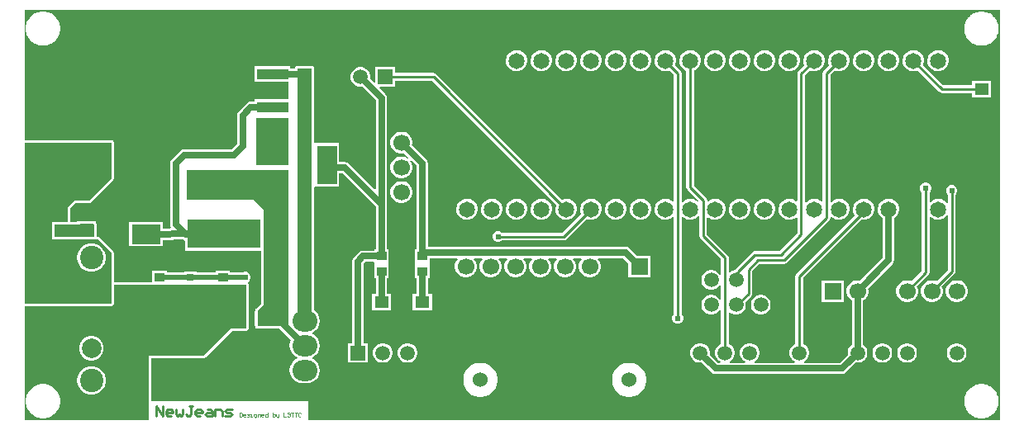
<source format=gtl>
G04*
G04 #@! TF.GenerationSoftware,Altium Limited,Altium Designer,21.0.8 (223)*
G04*
G04 Layer_Physical_Order=1*
G04 Layer_Color=255*
%FSLAX24Y24*%
%MOIN*%
G70*
G04*
G04 #@! TF.SameCoordinates,5611F575-40E7-4C37-80B7-B37D46D1236C*
G04*
G04*
G04 #@! TF.FilePolarity,Positive*
G04*
G01*
G75*
%ADD12C,0.0100*%
%ADD24R,0.1260X0.0413*%
%ADD25R,0.3937X0.4114*%
%ADD26R,0.0579X0.0457*%
%ADD27R,0.0300X0.0300*%
%ADD28R,0.0386X0.0366*%
%ADD29R,0.0787X0.1575*%
%ADD30R,0.2953X0.1181*%
%ADD31R,0.1181X0.0787*%
%ADD32C,0.0030*%
%ADD54C,0.0200*%
%ADD55C,0.0250*%
%ADD56C,0.0650*%
%ADD57C,0.0945*%
%ADD58C,0.0787*%
%ADD59C,0.0669*%
%ADD60R,0.0669X0.0669*%
%ADD61C,0.0591*%
%ADD62R,0.0591X0.0591*%
%ADD63R,0.0669X0.0669*%
%ADD64C,0.0600*%
%ADD65O,0.1000X0.0850*%
%ADD66R,0.0906X0.0906*%
%ADD67C,0.0906*%
%ADD68C,0.0240*%
G36*
X2800Y7402D02*
X1202D01*
X1202Y7898D01*
X1750D01*
X1760Y7900D01*
X2800D01*
Y7402D01*
D02*
G37*
G36*
X3500Y9750D02*
X2600Y8850D01*
X2000D01*
X1750Y8600D01*
Y8000D01*
X1100D01*
X1100Y7300D01*
X2950D01*
X3500Y6750D01*
Y4700D01*
X-0Y4700D01*
X0Y11200D01*
X3500D01*
Y9750D01*
D02*
G37*
G36*
X39350Y0D02*
X11450D01*
Y750D01*
X8566Y750D01*
X5102D01*
Y2498D01*
X7240D01*
X7250Y2500D01*
X7260Y2500D01*
X7269Y2502D01*
X7278Y2506D01*
X7279Y2506D01*
X7279Y2506D01*
X7296Y2513D01*
X7296Y2513D01*
X7297Y2513D01*
X7306Y2517D01*
X7314Y2522D01*
X7321Y2529D01*
X7329Y2535D01*
X8392Y3598D01*
X8931D01*
X8940Y3600D01*
X8950D01*
X8959Y3602D01*
X8968Y3606D01*
X8970Y3606D01*
X8971Y3607D01*
X8996Y3617D01*
X9024Y3645D01*
X9034Y3670D01*
X9035Y3671D01*
X9035Y3672D01*
X9039Y3682D01*
X9041Y3690D01*
Y3700D01*
X9043Y3710D01*
Y5440D01*
X9041Y5450D01*
X9041Y5460D01*
X9039Y5469D01*
X9035Y5478D01*
X9035Y5479D01*
X9034Y5479D01*
X9034Y5480D01*
X9032Y5489D01*
X9027Y5497D01*
X9024Y5506D01*
X9023Y5507D01*
X9022Y5508D01*
X9021Y5542D01*
X9022Y5551D01*
X9030Y5569D01*
X9087Y5625D01*
X9120Y5706D01*
Y5794D01*
X9087Y5875D01*
X9025Y5937D01*
X8944Y5970D01*
X8856D01*
X8817Y5954D01*
X8293D01*
Y6033D01*
X7707D01*
Y5954D01*
X6940D01*
Y6000D01*
X6440D01*
Y5954D01*
X5743D01*
Y6030D01*
X5157D01*
Y5552D01*
X3602D01*
Y6750D01*
X3594Y6789D01*
X3572Y6822D01*
X3022Y7372D01*
X2989Y7394D01*
X2950Y7402D01*
X2902D01*
Y7900D01*
X2894Y7939D01*
X2889Y7946D01*
Y8028D01*
X2111D01*
Y8002D01*
X1852D01*
Y8558D01*
X2042Y8748D01*
X2600D01*
X2639Y8756D01*
X2672Y8778D01*
X3572Y9678D01*
X3594Y9711D01*
X3602Y9750D01*
Y11200D01*
X3594Y11239D01*
X3572Y11272D01*
X3539Y11294D01*
X3500Y11302D01*
X0D01*
Y16550D01*
X39350D01*
Y0D01*
D02*
G37*
G36*
X8939Y5449D02*
X8941Y5440D01*
Y3710D01*
X8939Y3702D01*
X8931Y3700D01*
X8350D01*
X7257Y2607D01*
X7249Y2602D01*
X7240Y2600D01*
X5000D01*
Y2498D01*
Y750D01*
Y0D01*
X0D01*
Y4598D01*
X3500Y4598D01*
X3539Y4606D01*
X3572Y4628D01*
X3594Y4661D01*
X3602Y4700D01*
Y5450D01*
X8938D01*
X8939Y5449D01*
D02*
G37*
%LPC*%
G36*
X2775Y7122D02*
X2625D01*
X2479Y7083D01*
X2349Y7007D01*
X2242Y6901D01*
X2167Y6770D01*
X2128Y6625D01*
Y6474D01*
X2167Y6328D01*
X2242Y6198D01*
X2349Y6091D01*
X2479Y6016D01*
X2625Y5977D01*
X2775D01*
X2921Y6016D01*
X3051Y6091D01*
X3158Y6198D01*
X3233Y6328D01*
X3272Y6474D01*
Y6625D01*
X3233Y6770D01*
X3158Y6901D01*
X3051Y7007D01*
X2921Y7083D01*
X2775Y7122D01*
D02*
G37*
G36*
X38658Y16493D02*
X38542D01*
X38532Y16491D01*
X38522D01*
X38408Y16468D01*
X38399Y16464D01*
X38389Y16462D01*
X38281Y16418D01*
X38273Y16412D01*
X38264Y16408D01*
X38167Y16343D01*
X38160Y16336D01*
X38151Y16331D01*
X38069Y16249D01*
X38064Y16240D01*
X38057Y16233D01*
X37992Y16136D01*
X37988Y16127D01*
X37982Y16119D01*
X37938Y16011D01*
X37936Y16001D01*
X37932Y15992D01*
X37909Y15878D01*
Y15868D01*
X37907Y15858D01*
Y15742D01*
X37909Y15732D01*
Y15722D01*
X37932Y15608D01*
X37936Y15599D01*
X37938Y15589D01*
X37982Y15481D01*
X37988Y15473D01*
X37992Y15464D01*
X38057Y15367D01*
X38064Y15360D01*
X38069Y15351D01*
X38151Y15269D01*
X38160Y15264D01*
X38167Y15257D01*
X38264Y15192D01*
X38273Y15188D01*
X38281Y15182D01*
X38389Y15138D01*
X38399Y15136D01*
X38408Y15132D01*
X38522Y15109D01*
X38532D01*
X38542Y15107D01*
X38658D01*
X38668Y15109D01*
X38678D01*
X38792Y15132D01*
X38801Y15136D01*
X38811Y15138D01*
X38919Y15182D01*
X38927Y15188D01*
X38936Y15192D01*
X39033Y15257D01*
X39040Y15264D01*
X39049Y15269D01*
X39131Y15351D01*
X39136Y15360D01*
X39143Y15367D01*
X39208Y15464D01*
X39212Y15473D01*
X39218Y15481D01*
X39262Y15589D01*
X39264Y15599D01*
X39268Y15608D01*
X39291Y15722D01*
Y15732D01*
X39293Y15742D01*
Y15858D01*
X39291Y15868D01*
Y15878D01*
X39268Y15992D01*
X39264Y16001D01*
X39262Y16011D01*
X39218Y16119D01*
X39212Y16127D01*
X39208Y16136D01*
X39143Y16233D01*
X39136Y16240D01*
X39131Y16249D01*
X39049Y16331D01*
X39040Y16336D01*
X39033Y16343D01*
X38936Y16408D01*
X38927Y16412D01*
X38919Y16418D01*
X38811Y16462D01*
X38801Y16464D01*
X38792Y16468D01*
X38678Y16491D01*
X38668D01*
X38658Y16493D01*
D02*
G37*
G36*
X808D02*
X692D01*
X682Y16491D01*
X672D01*
X558Y16468D01*
X549Y16464D01*
X539Y16462D01*
X431Y16418D01*
X423Y16412D01*
X414Y16408D01*
X317Y16343D01*
X310Y16336D01*
X301Y16331D01*
X219Y16249D01*
X214Y16240D01*
X207Y16233D01*
X142Y16136D01*
X138Y16127D01*
X132Y16119D01*
X88Y16011D01*
X86Y16001D01*
X82Y15992D01*
X59Y15878D01*
Y15868D01*
X57Y15858D01*
Y15742D01*
X59Y15732D01*
Y15722D01*
X82Y15608D01*
X86Y15599D01*
X88Y15589D01*
X132Y15481D01*
X138Y15473D01*
X142Y15464D01*
X207Y15367D01*
X214Y15360D01*
X219Y15351D01*
X301Y15269D01*
X310Y15264D01*
X317Y15257D01*
X414Y15192D01*
X423Y15188D01*
X431Y15182D01*
X539Y15138D01*
X549Y15136D01*
X558Y15132D01*
X672Y15109D01*
X682D01*
X692Y15107D01*
X808D01*
X818Y15109D01*
X828D01*
X942Y15132D01*
X951Y15136D01*
X961Y15138D01*
X1069Y15182D01*
X1077Y15188D01*
X1086Y15192D01*
X1183Y15257D01*
X1190Y15264D01*
X1199Y15269D01*
X1281Y15351D01*
X1286Y15360D01*
X1293Y15367D01*
X1358Y15464D01*
X1362Y15473D01*
X1368Y15481D01*
X1412Y15589D01*
X1414Y15599D01*
X1418Y15608D01*
X1441Y15722D01*
Y15732D01*
X1443Y15742D01*
Y15858D01*
X1441Y15868D01*
Y15878D01*
X1418Y15992D01*
X1414Y16001D01*
X1412Y16011D01*
X1368Y16119D01*
X1362Y16127D01*
X1358Y16136D01*
X1293Y16233D01*
X1286Y16240D01*
X1281Y16249D01*
X1199Y16331D01*
X1190Y16336D01*
X1183Y16343D01*
X1086Y16408D01*
X1077Y16412D01*
X1069Y16418D01*
X961Y16462D01*
X951Y16464D01*
X942Y16468D01*
X828Y16491D01*
X818D01*
X808Y16493D01*
D02*
G37*
G36*
X11575Y14302D02*
X11025D01*
X10986Y14294D01*
X10953Y14272D01*
X10931Y14239D01*
X10923Y14200D01*
Y14179D01*
X10730D01*
Y14276D01*
X9270D01*
Y13663D01*
X10650D01*
Y12937D01*
X9270D01*
Y12860D01*
X9131D01*
X9043Y12843D01*
X8968Y12793D01*
X8638Y12462D01*
X8588Y12388D01*
X8571Y12300D01*
Y11145D01*
X8355Y10929D01*
X6450D01*
X6362Y10912D01*
X6288Y10862D01*
X5938Y10512D01*
X5888Y10438D01*
X5871Y10350D01*
Y7900D01*
X5888Y7812D01*
X5911Y7779D01*
X5884Y7728D01*
X5626Y7726D01*
X5591Y7761D01*
Y7994D01*
X4209D01*
Y7006D01*
X5591D01*
Y7267D01*
X6424Y7275D01*
X6473Y7234D01*
X6474Y7233D01*
Y6825D01*
X9548D01*
X9548Y4692D01*
X9335Y4479D01*
X9329Y4471D01*
X9322Y4464D01*
X9317Y4456D01*
X9317Y4456D01*
X9313Y4447D01*
X9313Y4446D01*
X9313Y4446D01*
X9306Y4429D01*
X9306Y4429D01*
X9306Y4428D01*
X9302Y4419D01*
X9300Y4410D01*
Y4400D01*
X9298Y4390D01*
Y3800D01*
X9300Y3790D01*
Y3700D01*
X9390D01*
X9400Y3698D01*
X10278D01*
X10750Y3225D01*
X10714Y3137D01*
X10695Y3000D01*
X10714Y2863D01*
X10766Y2735D01*
X10851Y2626D01*
X10960Y2541D01*
X11000Y2525D01*
Y2475D01*
X10960Y2459D01*
X10851Y2374D01*
X10766Y2265D01*
X10714Y2137D01*
X10695Y2000D01*
X10714Y1863D01*
X10766Y1735D01*
X10851Y1626D01*
X10960Y1541D01*
X11088Y1489D01*
X11225Y1470D01*
X11375D01*
X11512Y1489D01*
X11640Y1541D01*
X11749Y1626D01*
X11834Y1735D01*
X11886Y1863D01*
X11905Y2000D01*
X11886Y2137D01*
X11834Y2265D01*
X11749Y2374D01*
X11640Y2459D01*
X11600Y2475D01*
Y2525D01*
X11640Y2541D01*
X11749Y2626D01*
X11834Y2735D01*
X11886Y2863D01*
X11905Y3000D01*
X11886Y3137D01*
X11834Y3265D01*
X11749Y3374D01*
X11640Y3459D01*
X11600Y3475D01*
Y3525D01*
X11640Y3541D01*
X11749Y3626D01*
X11834Y3735D01*
X11886Y3863D01*
X11905Y4000D01*
X11886Y4137D01*
X11834Y4265D01*
X11749Y4374D01*
X11677Y4430D01*
X11677Y9375D01*
X11727Y9413D01*
X12694D01*
Y9948D01*
X12827D01*
X14171Y8605D01*
Y6887D01*
X14107D01*
Y6833D01*
X13654D01*
X13566Y6816D01*
X13492Y6766D01*
X13288Y6562D01*
X13238Y6488D01*
X13221Y6400D01*
Y3095D01*
X13055D01*
Y2305D01*
X13845D01*
Y3095D01*
X13679D01*
Y6305D01*
X13749Y6375D01*
X14072D01*
X14101Y6345D01*
X14107Y6325D01*
Y6281D01*
X14107Y6271D01*
Y5715D01*
X14171D01*
Y5079D01*
X14011D01*
Y4422D01*
X14789D01*
Y5079D01*
X14629D01*
Y5715D01*
X14693D01*
Y6271D01*
X14693Y6281D01*
Y6321D01*
X14693Y6331D01*
Y6887D01*
X14629D01*
Y8700D01*
Y13000D01*
X14612Y13088D01*
X14562Y13162D01*
X14316Y13409D01*
X14335Y13455D01*
X14945D01*
Y13697D01*
X16437D01*
X21461Y8673D01*
X21446Y8643D01*
X21423Y8534D01*
X21429Y8422D01*
X21463Y8315D01*
X21524Y8222D01*
X21607Y8147D01*
X21707Y8096D01*
X21816Y8073D01*
X21928Y8079D01*
X22035Y8113D01*
X22128Y8174D01*
X22203Y8257D01*
X22254Y8357D01*
X22277Y8466D01*
X22271Y8578D01*
X22237Y8685D01*
X22176Y8778D01*
X22093Y8853D01*
X21993Y8904D01*
X21884Y8927D01*
X21772Y8921D01*
X21676Y8890D01*
X16608Y13958D01*
X16559Y13991D01*
X16500Y14003D01*
X14945D01*
Y14245D01*
X14155D01*
Y13635D01*
X14109Y13616D01*
X13941Y13783D01*
X13945Y13798D01*
Y13902D01*
X13918Y14003D01*
X13866Y14093D01*
X13793Y14166D01*
X13703Y14218D01*
X13602Y14245D01*
X13498D01*
X13397Y14218D01*
X13307Y14166D01*
X13234Y14093D01*
X13182Y14003D01*
X13155Y13902D01*
Y13798D01*
X13182Y13697D01*
X13234Y13607D01*
X13307Y13534D01*
X13397Y13482D01*
X13498Y13455D01*
X13602D01*
X13617Y13459D01*
X14171Y12905D01*
Y9319D01*
X14124Y9300D01*
X13084Y10340D01*
X13010Y10390D01*
X12922Y10407D01*
X12694D01*
Y11187D01*
X11727D01*
X11706Y11187D01*
X11677Y11225D01*
Y14200D01*
X11669Y14239D01*
X11647Y14272D01*
X11614Y14294D01*
X11575Y14302D01*
D02*
G37*
G36*
X36884Y14927D02*
X36772Y14921D01*
X36665Y14887D01*
X36572Y14826D01*
X36497Y14743D01*
X36446Y14643D01*
X36423Y14534D01*
X36429Y14422D01*
X36463Y14315D01*
X36524Y14222D01*
X36607Y14147D01*
X36707Y14096D01*
X36816Y14073D01*
X36928Y14079D01*
X37035Y14113D01*
X37128Y14174D01*
X37203Y14257D01*
X37254Y14357D01*
X37277Y14466D01*
X37271Y14578D01*
X37237Y14685D01*
X37176Y14778D01*
X37093Y14853D01*
X36993Y14904D01*
X36884Y14927D01*
D02*
G37*
G36*
X34884D02*
X34772Y14921D01*
X34665Y14887D01*
X34572Y14826D01*
X34497Y14743D01*
X34446Y14643D01*
X34423Y14534D01*
X34429Y14422D01*
X34463Y14315D01*
X34524Y14222D01*
X34607Y14147D01*
X34707Y14096D01*
X34816Y14073D01*
X34928Y14079D01*
X35035Y14113D01*
X35128Y14174D01*
X35203Y14257D01*
X35254Y14357D01*
X35277Y14466D01*
X35271Y14578D01*
X35237Y14685D01*
X35176Y14778D01*
X35093Y14853D01*
X34993Y14904D01*
X34884Y14927D01*
D02*
G37*
G36*
X33884D02*
X33772Y14921D01*
X33665Y14887D01*
X33572Y14826D01*
X33497Y14743D01*
X33446Y14643D01*
X33423Y14534D01*
X33429Y14422D01*
X33463Y14315D01*
X33524Y14222D01*
X33607Y14147D01*
X33707Y14096D01*
X33816Y14073D01*
X33928Y14079D01*
X34035Y14113D01*
X34128Y14174D01*
X34203Y14257D01*
X34254Y14357D01*
X34277Y14466D01*
X34271Y14578D01*
X34237Y14685D01*
X34176Y14778D01*
X34093Y14853D01*
X33993Y14904D01*
X33884Y14927D01*
D02*
G37*
G36*
X32884D02*
X32772Y14921D01*
X32665Y14887D01*
X32572Y14826D01*
X32497Y14743D01*
X32446Y14643D01*
X32423Y14534D01*
X32429Y14422D01*
X32460Y14326D01*
X32242Y14108D01*
X32209Y14059D01*
X32197Y14000D01*
Y8827D01*
X32147Y8804D01*
X32093Y8853D01*
X31993Y8904D01*
X31884Y8927D01*
X31772Y8921D01*
X31665Y8887D01*
X31572Y8826D01*
X31533Y8783D01*
X31483Y8802D01*
Y13917D01*
X31677Y14111D01*
X31707Y14096D01*
X31816Y14073D01*
X31928Y14079D01*
X32035Y14113D01*
X32128Y14174D01*
X32203Y14257D01*
X32254Y14357D01*
X32277Y14466D01*
X32271Y14578D01*
X32237Y14685D01*
X32176Y14778D01*
X32093Y14853D01*
X31993Y14904D01*
X31884Y14927D01*
X31772Y14921D01*
X31665Y14887D01*
X31572Y14826D01*
X31497Y14743D01*
X31446Y14643D01*
X31423Y14534D01*
X31429Y14422D01*
X31460Y14326D01*
X31222Y14088D01*
X31189Y14039D01*
X31177Y13980D01*
Y8845D01*
X31127Y8822D01*
X31093Y8853D01*
X30993Y8904D01*
X30884Y8927D01*
X30772Y8921D01*
X30665Y8887D01*
X30572Y8826D01*
X30497Y8743D01*
X30446Y8643D01*
X30423Y8534D01*
X30429Y8422D01*
X30463Y8315D01*
X30524Y8222D01*
X30607Y8147D01*
X30707Y8096D01*
X30816Y8073D01*
X30928Y8079D01*
X31035Y8113D01*
X31127Y8173D01*
X31150Y8169D01*
X31177Y8158D01*
Y7543D01*
X30437Y6803D01*
X29450D01*
X29391Y6791D01*
X29342Y6758D01*
X28682Y6098D01*
X28649Y6048D01*
X28648Y6045D01*
X28547Y6018D01*
X28457Y5966D01*
X28449Y5958D01*
X28403Y5977D01*
Y6550D01*
X28391Y6609D01*
X28358Y6658D01*
X27528Y7488D01*
Y8157D01*
X27574Y8177D01*
X27607Y8147D01*
X27707Y8096D01*
X27816Y8073D01*
X27928Y8079D01*
X28035Y8113D01*
X28128Y8174D01*
X28203Y8257D01*
X28254Y8357D01*
X28277Y8466D01*
X28271Y8578D01*
X28237Y8685D01*
X28176Y8778D01*
X28093Y8853D01*
X27993Y8904D01*
X27884Y8927D01*
X27772Y8921D01*
X27665Y8887D01*
X27586Y8835D01*
X27536Y8856D01*
Y8867D01*
X27524Y8926D01*
X27491Y8975D01*
X27003Y9463D01*
Y14103D01*
X27035Y14113D01*
X27128Y14174D01*
X27203Y14257D01*
X27254Y14357D01*
X27277Y14466D01*
X27271Y14578D01*
X27237Y14685D01*
X27176Y14778D01*
X27093Y14853D01*
X26993Y14904D01*
X26884Y14927D01*
X26772Y14921D01*
X26665Y14887D01*
X26572Y14826D01*
X26497Y14743D01*
X26446Y14643D01*
X26423Y14534D01*
X26429Y14422D01*
X26463Y14315D01*
X26524Y14222D01*
X26607Y14147D01*
X26697Y14101D01*
Y9400D01*
X26709Y9341D01*
X26742Y9292D01*
X27203Y8831D01*
X27201Y8823D01*
X27145Y8806D01*
X27093Y8853D01*
X26993Y8904D01*
X26884Y8927D01*
X26772Y8921D01*
X26665Y8887D01*
X26572Y8826D01*
X26550Y8802D01*
X26503Y8819D01*
Y14000D01*
X26491Y14059D01*
X26458Y14108D01*
X26239Y14327D01*
X26254Y14357D01*
X26277Y14466D01*
X26271Y14578D01*
X26237Y14685D01*
X26176Y14778D01*
X26093Y14853D01*
X25993Y14904D01*
X25884Y14927D01*
X25772Y14921D01*
X25665Y14887D01*
X25572Y14826D01*
X25497Y14743D01*
X25446Y14643D01*
X25423Y14534D01*
X25429Y14422D01*
X25463Y14315D01*
X25524Y14222D01*
X25607Y14147D01*
X25707Y14096D01*
X25816Y14073D01*
X25928Y14079D01*
X26024Y14110D01*
X26197Y13937D01*
Y8827D01*
X26147Y8804D01*
X26093Y8853D01*
X25993Y8904D01*
X25884Y8927D01*
X25772Y8921D01*
X25665Y8887D01*
X25572Y8826D01*
X25497Y8743D01*
X25446Y8643D01*
X25423Y8534D01*
X25429Y8422D01*
X25463Y8315D01*
X25524Y8222D01*
X25607Y8147D01*
X25707Y8096D01*
X25816Y8073D01*
X25928Y8079D01*
X26035Y8113D01*
X26128Y8174D01*
X26150Y8198D01*
X26197Y8181D01*
Y4258D01*
X26163Y4225D01*
X26130Y4144D01*
Y4056D01*
X26163Y3975D01*
X26225Y3913D01*
X26306Y3880D01*
X26394D01*
X26475Y3913D01*
X26537Y3975D01*
X26570Y4056D01*
Y4144D01*
X26537Y4225D01*
X26503Y4258D01*
Y8173D01*
X26553Y8196D01*
X26607Y8147D01*
X26707Y8096D01*
X26816Y8073D01*
X26928Y8079D01*
X27035Y8113D01*
X27128Y8174D01*
X27172Y8223D01*
X27222Y8203D01*
Y7425D01*
X27234Y7366D01*
X27267Y7317D01*
X28097Y6487D01*
Y5853D01*
X28047Y5839D01*
X28016Y5893D01*
X27943Y5966D01*
X27853Y6018D01*
X27752Y6045D01*
X27648D01*
X27547Y6018D01*
X27457Y5966D01*
X27384Y5893D01*
X27332Y5803D01*
X27305Y5702D01*
Y5598D01*
X27332Y5497D01*
X27384Y5407D01*
X27457Y5334D01*
X27547Y5282D01*
X27648Y5255D01*
X27752D01*
X27853Y5282D01*
X27943Y5334D01*
X28016Y5407D01*
X28047Y5461D01*
X28097Y5447D01*
Y4853D01*
X28047Y4839D01*
X28016Y4893D01*
X27943Y4966D01*
X27853Y5018D01*
X27752Y5045D01*
X27648D01*
X27547Y5018D01*
X27457Y4966D01*
X27384Y4893D01*
X27332Y4803D01*
X27305Y4702D01*
Y4598D01*
X27332Y4497D01*
X27384Y4407D01*
X27457Y4334D01*
X27547Y4282D01*
X27648Y4255D01*
X27752D01*
X27853Y4282D01*
X27943Y4334D01*
X28016Y4407D01*
X28047Y4461D01*
X28097Y4447D01*
Y3068D01*
X28007Y3016D01*
X27934Y2943D01*
X27882Y2853D01*
X27855Y2752D01*
Y2648D01*
X27882Y2547D01*
X27934Y2457D01*
X28007Y2384D01*
X28067Y2349D01*
X28053Y2299D01*
X27975D01*
X27641Y2633D01*
X27645Y2648D01*
Y2752D01*
X27618Y2853D01*
X27566Y2943D01*
X27493Y3016D01*
X27403Y3068D01*
X27302Y3095D01*
X27198D01*
X27097Y3068D01*
X27007Y3016D01*
X26934Y2943D01*
X26882Y2853D01*
X26855Y2752D01*
Y2648D01*
X26882Y2547D01*
X26934Y2457D01*
X27007Y2384D01*
X27097Y2332D01*
X27198Y2305D01*
X27302D01*
X27317Y2309D01*
X27718Y1908D01*
X27792Y1858D01*
X27880Y1841D01*
X32970D01*
X33058Y1858D01*
X33132Y1908D01*
X33533Y2309D01*
X33548Y2305D01*
X33652D01*
X33753Y2332D01*
X33843Y2384D01*
X33916Y2457D01*
X33968Y2547D01*
X33995Y2648D01*
Y2752D01*
X33968Y2853D01*
X33916Y2943D01*
X33843Y3016D01*
X33829Y3024D01*
Y4831D01*
X33867Y4852D01*
X33948Y4933D01*
X34005Y5032D01*
X34035Y5143D01*
Y5257D01*
X34023Y5299D01*
X35012Y6288D01*
X35062Y6362D01*
X35079Y6450D01*
Y8142D01*
X35128Y8174D01*
X35203Y8257D01*
X35254Y8357D01*
X35277Y8466D01*
X35271Y8578D01*
X35237Y8685D01*
X35176Y8778D01*
X35093Y8853D01*
X34993Y8904D01*
X34884Y8927D01*
X34772Y8921D01*
X34665Y8887D01*
X34572Y8826D01*
X34497Y8743D01*
X34446Y8643D01*
X34423Y8534D01*
X34429Y8422D01*
X34463Y8315D01*
X34524Y8222D01*
X34607Y8147D01*
X34621Y8140D01*
Y6545D01*
X33699Y5623D01*
X33657Y5635D01*
X33543D01*
X33432Y5605D01*
X33333Y5548D01*
X33252Y5467D01*
X33195Y5368D01*
X33165Y5257D01*
Y5143D01*
X33195Y5032D01*
X33252Y4933D01*
X33333Y4852D01*
X33371Y4831D01*
Y3024D01*
X33357Y3016D01*
X33284Y2943D01*
X33232Y2853D01*
X33205Y2752D01*
Y2648D01*
X33209Y2633D01*
X32875Y2299D01*
X31447D01*
X31433Y2349D01*
X31493Y2384D01*
X31566Y2457D01*
X31618Y2547D01*
X31645Y2648D01*
Y2752D01*
X31618Y2853D01*
X31566Y2943D01*
X31493Y3016D01*
X31403Y3068D01*
Y5737D01*
X33753Y8086D01*
X33816Y8073D01*
X33928Y8079D01*
X34035Y8113D01*
X34128Y8174D01*
X34203Y8257D01*
X34254Y8357D01*
X34277Y8466D01*
X34271Y8578D01*
X34237Y8685D01*
X34176Y8778D01*
X34093Y8853D01*
X33993Y8904D01*
X33884Y8927D01*
X33772Y8921D01*
X33665Y8887D01*
X33572Y8826D01*
X33497Y8743D01*
X33446Y8643D01*
X33423Y8534D01*
X33429Y8422D01*
X33463Y8315D01*
X33497Y8263D01*
X31142Y5908D01*
X31109Y5859D01*
X31097Y5800D01*
Y3068D01*
X31007Y3016D01*
X30934Y2943D01*
X30882Y2853D01*
X30855Y2752D01*
Y2648D01*
X30882Y2547D01*
X30934Y2457D01*
X31007Y2384D01*
X31067Y2349D01*
X31053Y2299D01*
X29447D01*
X29433Y2349D01*
X29493Y2384D01*
X29566Y2457D01*
X29618Y2547D01*
X29645Y2648D01*
Y2752D01*
X29618Y2853D01*
X29566Y2943D01*
X29493Y3016D01*
X29403Y3068D01*
X29302Y3095D01*
X29198D01*
X29097Y3068D01*
X29007Y3016D01*
X28934Y2943D01*
X28882Y2853D01*
X28855Y2752D01*
Y2648D01*
X28882Y2547D01*
X28934Y2457D01*
X29007Y2384D01*
X29067Y2349D01*
X29053Y2299D01*
X28447D01*
X28433Y2349D01*
X28493Y2384D01*
X28566Y2457D01*
X28618Y2547D01*
X28645Y2648D01*
Y2752D01*
X28618Y2853D01*
X28566Y2943D01*
X28493Y3016D01*
X28403Y3068D01*
Y4323D01*
X28449Y4342D01*
X28457Y4334D01*
X28547Y4282D01*
X28648Y4255D01*
X28752D01*
X28853Y4282D01*
X28943Y4334D01*
X29016Y4407D01*
X29068Y4497D01*
X29095Y4598D01*
Y4702D01*
X29079Y4763D01*
X29308Y4992D01*
X29341Y5041D01*
X29353Y5100D01*
Y6004D01*
X29646Y6297D01*
X30650D01*
X30709Y6309D01*
X30758Y6342D01*
X32458Y8042D01*
X32491Y8091D01*
X32503Y8150D01*
Y8173D01*
X32553Y8196D01*
X32607Y8147D01*
X32707Y8096D01*
X32816Y8073D01*
X32928Y8079D01*
X33035Y8113D01*
X33128Y8174D01*
X33203Y8257D01*
X33254Y8357D01*
X33277Y8466D01*
X33271Y8578D01*
X33237Y8685D01*
X33176Y8778D01*
X33093Y8853D01*
X32993Y8904D01*
X32884Y8927D01*
X32772Y8921D01*
X32665Y8887D01*
X32572Y8826D01*
X32550Y8802D01*
X32503Y8819D01*
Y13937D01*
X32677Y14111D01*
X32707Y14096D01*
X32816Y14073D01*
X32928Y14079D01*
X33035Y14113D01*
X33128Y14174D01*
X33203Y14257D01*
X33254Y14357D01*
X33277Y14466D01*
X33271Y14578D01*
X33237Y14685D01*
X33176Y14778D01*
X33093Y14853D01*
X32993Y14904D01*
X32884Y14927D01*
D02*
G37*
G36*
X30884D02*
X30772Y14921D01*
X30665Y14887D01*
X30572Y14826D01*
X30497Y14743D01*
X30446Y14643D01*
X30423Y14534D01*
X30429Y14422D01*
X30463Y14315D01*
X30524Y14222D01*
X30607Y14147D01*
X30707Y14096D01*
X30816Y14073D01*
X30928Y14079D01*
X31035Y14113D01*
X31128Y14174D01*
X31203Y14257D01*
X31254Y14357D01*
X31277Y14466D01*
X31271Y14578D01*
X31237Y14685D01*
X31176Y14778D01*
X31093Y14853D01*
X30993Y14904D01*
X30884Y14927D01*
D02*
G37*
G36*
X29884D02*
X29772Y14921D01*
X29665Y14887D01*
X29572Y14826D01*
X29497Y14743D01*
X29446Y14643D01*
X29423Y14534D01*
X29429Y14422D01*
X29463Y14315D01*
X29524Y14222D01*
X29607Y14147D01*
X29707Y14096D01*
X29816Y14073D01*
X29928Y14079D01*
X30035Y14113D01*
X30128Y14174D01*
X30203Y14257D01*
X30254Y14357D01*
X30277Y14466D01*
X30271Y14578D01*
X30237Y14685D01*
X30176Y14778D01*
X30093Y14853D01*
X29993Y14904D01*
X29884Y14927D01*
D02*
G37*
G36*
X28884D02*
X28772Y14921D01*
X28665Y14887D01*
X28572Y14826D01*
X28497Y14743D01*
X28446Y14643D01*
X28423Y14534D01*
X28429Y14422D01*
X28463Y14315D01*
X28524Y14222D01*
X28607Y14147D01*
X28707Y14096D01*
X28816Y14073D01*
X28928Y14079D01*
X29035Y14113D01*
X29128Y14174D01*
X29203Y14257D01*
X29254Y14357D01*
X29277Y14466D01*
X29271Y14578D01*
X29237Y14685D01*
X29176Y14778D01*
X29093Y14853D01*
X28993Y14904D01*
X28884Y14927D01*
D02*
G37*
G36*
X27884D02*
X27772Y14921D01*
X27665Y14887D01*
X27572Y14826D01*
X27497Y14743D01*
X27446Y14643D01*
X27423Y14534D01*
X27429Y14422D01*
X27463Y14315D01*
X27524Y14222D01*
X27607Y14147D01*
X27707Y14096D01*
X27816Y14073D01*
X27928Y14079D01*
X28035Y14113D01*
X28128Y14174D01*
X28203Y14257D01*
X28254Y14357D01*
X28277Y14466D01*
X28271Y14578D01*
X28237Y14685D01*
X28176Y14778D01*
X28093Y14853D01*
X27993Y14904D01*
X27884Y14927D01*
D02*
G37*
G36*
X24884D02*
X24772Y14921D01*
X24665Y14887D01*
X24572Y14826D01*
X24497Y14743D01*
X24446Y14643D01*
X24423Y14534D01*
X24429Y14422D01*
X24463Y14315D01*
X24524Y14222D01*
X24607Y14147D01*
X24707Y14096D01*
X24816Y14073D01*
X24928Y14079D01*
X25035Y14113D01*
X25128Y14174D01*
X25203Y14257D01*
X25254Y14357D01*
X25277Y14466D01*
X25271Y14578D01*
X25237Y14685D01*
X25176Y14778D01*
X25093Y14853D01*
X24993Y14904D01*
X24884Y14927D01*
D02*
G37*
G36*
X23884D02*
X23772Y14921D01*
X23665Y14887D01*
X23572Y14826D01*
X23497Y14743D01*
X23446Y14643D01*
X23423Y14534D01*
X23429Y14422D01*
X23463Y14315D01*
X23524Y14222D01*
X23607Y14147D01*
X23707Y14096D01*
X23816Y14073D01*
X23928Y14079D01*
X24035Y14113D01*
X24128Y14174D01*
X24203Y14257D01*
X24254Y14357D01*
X24277Y14466D01*
X24271Y14578D01*
X24237Y14685D01*
X24176Y14778D01*
X24093Y14853D01*
X23993Y14904D01*
X23884Y14927D01*
D02*
G37*
G36*
X22884D02*
X22772Y14921D01*
X22665Y14887D01*
X22572Y14826D01*
X22497Y14743D01*
X22446Y14643D01*
X22423Y14534D01*
X22429Y14422D01*
X22463Y14315D01*
X22524Y14222D01*
X22607Y14147D01*
X22707Y14096D01*
X22816Y14073D01*
X22928Y14079D01*
X23035Y14113D01*
X23128Y14174D01*
X23203Y14257D01*
X23254Y14357D01*
X23277Y14466D01*
X23271Y14578D01*
X23237Y14685D01*
X23176Y14778D01*
X23093Y14853D01*
X22993Y14904D01*
X22884Y14927D01*
D02*
G37*
G36*
X21884D02*
X21772Y14921D01*
X21665Y14887D01*
X21572Y14826D01*
X21497Y14743D01*
X21446Y14643D01*
X21423Y14534D01*
X21429Y14422D01*
X21463Y14315D01*
X21524Y14222D01*
X21607Y14147D01*
X21707Y14096D01*
X21816Y14073D01*
X21928Y14079D01*
X22035Y14113D01*
X22128Y14174D01*
X22203Y14257D01*
X22254Y14357D01*
X22277Y14466D01*
X22271Y14578D01*
X22237Y14685D01*
X22176Y14778D01*
X22093Y14853D01*
X21993Y14904D01*
X21884Y14927D01*
D02*
G37*
G36*
X20884D02*
X20772Y14921D01*
X20665Y14887D01*
X20572Y14826D01*
X20497Y14743D01*
X20446Y14643D01*
X20423Y14534D01*
X20429Y14422D01*
X20463Y14315D01*
X20524Y14222D01*
X20607Y14147D01*
X20707Y14096D01*
X20816Y14073D01*
X20928Y14079D01*
X21035Y14113D01*
X21128Y14174D01*
X21203Y14257D01*
X21254Y14357D01*
X21277Y14466D01*
X21271Y14578D01*
X21237Y14685D01*
X21176Y14778D01*
X21093Y14853D01*
X20993Y14904D01*
X20884Y14927D01*
D02*
G37*
G36*
X19884D02*
X19772Y14921D01*
X19665Y14887D01*
X19572Y14826D01*
X19497Y14743D01*
X19446Y14643D01*
X19423Y14534D01*
X19429Y14422D01*
X19463Y14315D01*
X19524Y14222D01*
X19607Y14147D01*
X19707Y14096D01*
X19816Y14073D01*
X19928Y14079D01*
X20035Y14113D01*
X20128Y14174D01*
X20203Y14257D01*
X20254Y14357D01*
X20277Y14466D01*
X20271Y14578D01*
X20237Y14685D01*
X20176Y14778D01*
X20093Y14853D01*
X19993Y14904D01*
X19884Y14927D01*
D02*
G37*
G36*
X35884D02*
X35772Y14921D01*
X35665Y14887D01*
X35572Y14826D01*
X35497Y14743D01*
X35446Y14643D01*
X35423Y14534D01*
X35429Y14422D01*
X35463Y14315D01*
X35524Y14222D01*
X35607Y14147D01*
X35707Y14096D01*
X35816Y14073D01*
X35928Y14079D01*
X36024Y14110D01*
X36891Y13242D01*
X36941Y13209D01*
X37000Y13197D01*
X38211D01*
Y13022D01*
X38989D01*
Y13679D01*
X38211D01*
Y13503D01*
X37063D01*
X36239Y14327D01*
X36254Y14357D01*
X36277Y14466D01*
X36271Y14578D01*
X36237Y14685D01*
X36176Y14778D01*
X36093Y14853D01*
X35993Y14904D01*
X35884Y14927D01*
D02*
G37*
G36*
X15257Y11635D02*
X15143D01*
X15032Y11605D01*
X14933Y11548D01*
X14852Y11467D01*
X14795Y11368D01*
X14765Y11257D01*
Y11143D01*
X14795Y11032D01*
X14852Y10933D01*
X14933Y10852D01*
X15032Y10795D01*
X15143Y10765D01*
X15257D01*
X15299Y10777D01*
X15474Y10601D01*
X15444Y10561D01*
X15368Y10605D01*
X15257Y10635D01*
X15143D01*
X15032Y10605D01*
X14933Y10548D01*
X14852Y10467D01*
X14795Y10368D01*
X14765Y10257D01*
Y10143D01*
X14795Y10032D01*
X14852Y9933D01*
X14933Y9852D01*
X15032Y9795D01*
X15143Y9765D01*
X15257D01*
X15368Y9795D01*
X15467Y9852D01*
X15548Y9933D01*
X15605Y10032D01*
X15635Y10143D01*
Y10257D01*
X15605Y10368D01*
X15561Y10444D01*
X15601Y10474D01*
X15821Y10255D01*
Y6886D01*
X15757D01*
Y6330D01*
X15757Y6320D01*
Y6280D01*
X15757Y6270D01*
Y5714D01*
X15821D01*
Y5079D01*
X15661D01*
Y4422D01*
X16439D01*
Y5079D01*
X16279D01*
Y5714D01*
X16343D01*
Y6270D01*
X16343Y6280D01*
Y6320D01*
X16343Y6330D01*
Y6531D01*
X17451D01*
X17470Y6484D01*
X17452Y6467D01*
X17395Y6368D01*
X17365Y6257D01*
Y6143D01*
X17395Y6032D01*
X17452Y5933D01*
X17533Y5852D01*
X17632Y5795D01*
X17743Y5765D01*
X17857D01*
X17968Y5795D01*
X18067Y5852D01*
X18148Y5933D01*
X18205Y6032D01*
X18235Y6143D01*
Y6257D01*
X18205Y6368D01*
X18148Y6467D01*
X18130Y6484D01*
X18149Y6531D01*
X18451D01*
X18470Y6484D01*
X18452Y6467D01*
X18395Y6368D01*
X18365Y6257D01*
Y6143D01*
X18395Y6032D01*
X18452Y5933D01*
X18533Y5852D01*
X18632Y5795D01*
X18743Y5765D01*
X18857D01*
X18968Y5795D01*
X19067Y5852D01*
X19148Y5933D01*
X19205Y6032D01*
X19235Y6143D01*
Y6257D01*
X19205Y6368D01*
X19148Y6467D01*
X19130Y6484D01*
X19149Y6531D01*
X19451D01*
X19470Y6484D01*
X19452Y6467D01*
X19395Y6368D01*
X19365Y6257D01*
Y6143D01*
X19395Y6032D01*
X19452Y5933D01*
X19533Y5852D01*
X19632Y5795D01*
X19743Y5765D01*
X19857D01*
X19968Y5795D01*
X20067Y5852D01*
X20148Y5933D01*
X20205Y6032D01*
X20235Y6143D01*
Y6257D01*
X20205Y6368D01*
X20148Y6467D01*
X20130Y6484D01*
X20149Y6531D01*
X20451D01*
X20470Y6484D01*
X20452Y6467D01*
X20395Y6368D01*
X20365Y6257D01*
Y6143D01*
X20395Y6032D01*
X20452Y5933D01*
X20533Y5852D01*
X20632Y5795D01*
X20743Y5765D01*
X20857D01*
X20968Y5795D01*
X21067Y5852D01*
X21148Y5933D01*
X21205Y6032D01*
X21235Y6143D01*
Y6257D01*
X21205Y6368D01*
X21148Y6467D01*
X21130Y6484D01*
X21149Y6531D01*
X21451D01*
X21470Y6484D01*
X21452Y6467D01*
X21395Y6368D01*
X21365Y6257D01*
Y6143D01*
X21395Y6032D01*
X21452Y5933D01*
X21533Y5852D01*
X21632Y5795D01*
X21743Y5765D01*
X21857D01*
X21968Y5795D01*
X22067Y5852D01*
X22148Y5933D01*
X22205Y6032D01*
X22235Y6143D01*
Y6257D01*
X22205Y6368D01*
X22148Y6467D01*
X22130Y6484D01*
X22149Y6531D01*
X22451D01*
X22470Y6484D01*
X22452Y6467D01*
X22395Y6368D01*
X22365Y6257D01*
Y6143D01*
X22395Y6032D01*
X22452Y5933D01*
X22533Y5852D01*
X22632Y5795D01*
X22743Y5765D01*
X22857D01*
X22968Y5795D01*
X23067Y5852D01*
X23148Y5933D01*
X23205Y6032D01*
X23235Y6143D01*
Y6257D01*
X23205Y6368D01*
X23148Y6467D01*
X23130Y6484D01*
X23149Y6531D01*
X24145D01*
X24365Y6310D01*
Y5765D01*
X25235D01*
Y6635D01*
X24690D01*
X24402Y6922D01*
X24328Y6972D01*
X24240Y6989D01*
X16279D01*
Y10350D01*
X16262Y10438D01*
X16212Y10512D01*
X15623Y11101D01*
X15635Y11143D01*
Y11257D01*
X15605Y11368D01*
X15548Y11467D01*
X15467Y11548D01*
X15368Y11605D01*
X15257Y11635D01*
D02*
G37*
G36*
Y9635D02*
X15143D01*
X15032Y9605D01*
X14933Y9548D01*
X14852Y9467D01*
X14795Y9368D01*
X14765Y9257D01*
Y9143D01*
X14795Y9032D01*
X14852Y8933D01*
X14933Y8852D01*
X15032Y8795D01*
X15143Y8765D01*
X15257D01*
X15368Y8795D01*
X15467Y8852D01*
X15548Y8933D01*
X15605Y9032D01*
X15635Y9143D01*
Y9257D01*
X15605Y9368D01*
X15548Y9467D01*
X15467Y9548D01*
X15368Y9605D01*
X15257Y9635D01*
D02*
G37*
G36*
X29884Y8927D02*
X29772Y8921D01*
X29665Y8887D01*
X29572Y8826D01*
X29497Y8743D01*
X29446Y8643D01*
X29423Y8534D01*
X29429Y8422D01*
X29463Y8315D01*
X29524Y8222D01*
X29607Y8147D01*
X29707Y8096D01*
X29816Y8073D01*
X29928Y8079D01*
X30035Y8113D01*
X30128Y8174D01*
X30203Y8257D01*
X30254Y8357D01*
X30277Y8466D01*
X30271Y8578D01*
X30237Y8685D01*
X30176Y8778D01*
X30093Y8853D01*
X29993Y8904D01*
X29884Y8927D01*
D02*
G37*
G36*
X28884D02*
X28772Y8921D01*
X28665Y8887D01*
X28572Y8826D01*
X28497Y8743D01*
X28446Y8643D01*
X28423Y8534D01*
X28429Y8422D01*
X28463Y8315D01*
X28524Y8222D01*
X28607Y8147D01*
X28707Y8096D01*
X28816Y8073D01*
X28928Y8079D01*
X29035Y8113D01*
X29128Y8174D01*
X29203Y8257D01*
X29254Y8357D01*
X29277Y8466D01*
X29271Y8578D01*
X29237Y8685D01*
X29176Y8778D01*
X29093Y8853D01*
X28993Y8904D01*
X28884Y8927D01*
D02*
G37*
G36*
X24884D02*
X24772Y8921D01*
X24665Y8887D01*
X24572Y8826D01*
X24497Y8743D01*
X24446Y8643D01*
X24423Y8534D01*
X24429Y8422D01*
X24463Y8315D01*
X24524Y8222D01*
X24607Y8147D01*
X24707Y8096D01*
X24816Y8073D01*
X24928Y8079D01*
X25035Y8113D01*
X25128Y8174D01*
X25203Y8257D01*
X25254Y8357D01*
X25277Y8466D01*
X25271Y8578D01*
X25237Y8685D01*
X25176Y8778D01*
X25093Y8853D01*
X24993Y8904D01*
X24884Y8927D01*
D02*
G37*
G36*
X23884D02*
X23772Y8921D01*
X23665Y8887D01*
X23572Y8826D01*
X23497Y8743D01*
X23446Y8643D01*
X23423Y8534D01*
X23429Y8422D01*
X23463Y8315D01*
X23524Y8222D01*
X23607Y8147D01*
X23707Y8096D01*
X23816Y8073D01*
X23928Y8079D01*
X24035Y8113D01*
X24128Y8174D01*
X24203Y8257D01*
X24254Y8357D01*
X24277Y8466D01*
X24271Y8578D01*
X24237Y8685D01*
X24176Y8778D01*
X24093Y8853D01*
X23993Y8904D01*
X23884Y8927D01*
D02*
G37*
G36*
X22884D02*
X22772Y8921D01*
X22665Y8887D01*
X22572Y8826D01*
X22497Y8743D01*
X22446Y8643D01*
X22423Y8534D01*
X22429Y8422D01*
X22460Y8326D01*
X21687Y7553D01*
X19258D01*
X19225Y7587D01*
X19144Y7620D01*
X19056D01*
X18975Y7587D01*
X18913Y7525D01*
X18880Y7444D01*
Y7356D01*
X18913Y7275D01*
X18975Y7213D01*
X19056Y7180D01*
X19144D01*
X19225Y7213D01*
X19258Y7247D01*
X21750D01*
X21809Y7259D01*
X21858Y7292D01*
X22677Y8111D01*
X22707Y8096D01*
X22816Y8073D01*
X22928Y8079D01*
X23035Y8113D01*
X23128Y8174D01*
X23203Y8257D01*
X23254Y8357D01*
X23277Y8466D01*
X23271Y8578D01*
X23237Y8685D01*
X23176Y8778D01*
X23093Y8853D01*
X22993Y8904D01*
X22884Y8927D01*
D02*
G37*
G36*
X20884D02*
X20772Y8921D01*
X20665Y8887D01*
X20572Y8826D01*
X20497Y8743D01*
X20446Y8643D01*
X20423Y8534D01*
X20429Y8422D01*
X20463Y8315D01*
X20524Y8222D01*
X20607Y8147D01*
X20707Y8096D01*
X20816Y8073D01*
X20928Y8079D01*
X21035Y8113D01*
X21128Y8174D01*
X21203Y8257D01*
X21254Y8357D01*
X21277Y8466D01*
X21271Y8578D01*
X21237Y8685D01*
X21176Y8778D01*
X21093Y8853D01*
X20993Y8904D01*
X20884Y8927D01*
D02*
G37*
G36*
X19884D02*
X19772Y8921D01*
X19665Y8887D01*
X19572Y8826D01*
X19497Y8743D01*
X19446Y8643D01*
X19423Y8534D01*
X19429Y8422D01*
X19463Y8315D01*
X19524Y8222D01*
X19607Y8147D01*
X19707Y8096D01*
X19816Y8073D01*
X19928Y8079D01*
X20035Y8113D01*
X20128Y8174D01*
X20203Y8257D01*
X20254Y8357D01*
X20277Y8466D01*
X20271Y8578D01*
X20237Y8685D01*
X20176Y8778D01*
X20093Y8853D01*
X19993Y8904D01*
X19884Y8927D01*
D02*
G37*
G36*
X18884D02*
X18772Y8921D01*
X18665Y8887D01*
X18572Y8826D01*
X18497Y8743D01*
X18446Y8643D01*
X18423Y8534D01*
X18429Y8422D01*
X18463Y8315D01*
X18524Y8222D01*
X18607Y8147D01*
X18707Y8096D01*
X18816Y8073D01*
X18928Y8079D01*
X19035Y8113D01*
X19128Y8174D01*
X19203Y8257D01*
X19254Y8357D01*
X19277Y8466D01*
X19271Y8578D01*
X19237Y8685D01*
X19176Y8778D01*
X19093Y8853D01*
X18993Y8904D01*
X18884Y8927D01*
D02*
G37*
G36*
X17884D02*
X17772Y8921D01*
X17665Y8887D01*
X17572Y8826D01*
X17497Y8743D01*
X17446Y8643D01*
X17423Y8534D01*
X17429Y8422D01*
X17463Y8315D01*
X17524Y8222D01*
X17607Y8147D01*
X17707Y8096D01*
X17816Y8073D01*
X17928Y8079D01*
X18035Y8113D01*
X18128Y8174D01*
X18203Y8257D01*
X18254Y8357D01*
X18277Y8466D01*
X18271Y8578D01*
X18237Y8685D01*
X18176Y8778D01*
X18093Y8853D01*
X17993Y8904D01*
X17884Y8927D01*
D02*
G37*
G36*
X36394Y9570D02*
X36306D01*
X36225Y9537D01*
X36163Y9475D01*
X36130Y9394D01*
Y9306D01*
X36163Y9225D01*
X36197Y9192D01*
Y6013D01*
X35781Y5597D01*
X35768Y5605D01*
X35657Y5635D01*
X35543D01*
X35432Y5605D01*
X35333Y5548D01*
X35252Y5467D01*
X35195Y5368D01*
X35165Y5257D01*
Y5143D01*
X35195Y5032D01*
X35252Y4933D01*
X35333Y4852D01*
X35432Y4795D01*
X35543Y4765D01*
X35657D01*
X35768Y4795D01*
X35867Y4852D01*
X35948Y4933D01*
X36005Y5032D01*
X36035Y5143D01*
Y5257D01*
X36005Y5368D01*
X35997Y5381D01*
X36458Y5842D01*
X36491Y5891D01*
X36503Y5950D01*
Y8173D01*
X36553Y8196D01*
X36607Y8147D01*
X36707Y8096D01*
X36816Y8073D01*
X36928Y8079D01*
X37035Y8113D01*
X37128Y8174D01*
X37197Y8250D01*
X37247Y8242D01*
Y6063D01*
X36781Y5597D01*
X36768Y5605D01*
X36657Y5635D01*
X36543D01*
X36432Y5605D01*
X36333Y5548D01*
X36252Y5467D01*
X36195Y5368D01*
X36165Y5257D01*
Y5143D01*
X36195Y5032D01*
X36252Y4933D01*
X36333Y4852D01*
X36432Y4795D01*
X36543Y4765D01*
X36657D01*
X36768Y4795D01*
X36867Y4852D01*
X36948Y4933D01*
X37005Y5032D01*
X37035Y5143D01*
Y5257D01*
X37005Y5368D01*
X36997Y5381D01*
X37508Y5892D01*
X37541Y5941D01*
X37553Y6000D01*
Y9092D01*
X37587Y9125D01*
X37620Y9206D01*
Y9294D01*
X37587Y9375D01*
X37525Y9437D01*
X37444Y9470D01*
X37356D01*
X37275Y9437D01*
X37213Y9375D01*
X37180Y9294D01*
Y9206D01*
X37213Y9125D01*
X37247Y9092D01*
Y8761D01*
X37197Y8746D01*
X37176Y8778D01*
X37093Y8853D01*
X36993Y8904D01*
X36884Y8927D01*
X36772Y8921D01*
X36665Y8887D01*
X36572Y8826D01*
X36550Y8802D01*
X36503Y8819D01*
Y9192D01*
X36537Y9225D01*
X36570Y9306D01*
Y9394D01*
X36537Y9475D01*
X36475Y9537D01*
X36394Y9570D01*
D02*
G37*
G36*
X37657Y5635D02*
X37543D01*
X37432Y5605D01*
X37333Y5548D01*
X37252Y5467D01*
X37195Y5368D01*
X37165Y5257D01*
Y5143D01*
X37195Y5032D01*
X37252Y4933D01*
X37333Y4852D01*
X37432Y4795D01*
X37543Y4765D01*
X37657D01*
X37768Y4795D01*
X37867Y4852D01*
X37948Y4933D01*
X38005Y5032D01*
X38035Y5143D01*
Y5257D01*
X38005Y5368D01*
X37948Y5467D01*
X37867Y5548D01*
X37768Y5605D01*
X37657Y5635D01*
D02*
G37*
G36*
X33035D02*
X32165D01*
Y4765D01*
X33035D01*
Y5635D01*
D02*
G37*
G36*
X29752Y5045D02*
X29648D01*
X29547Y5018D01*
X29457Y4966D01*
X29384Y4893D01*
X29332Y4803D01*
X29305Y4702D01*
Y4598D01*
X29332Y4497D01*
X29384Y4407D01*
X29457Y4334D01*
X29547Y4282D01*
X29648Y4255D01*
X29752D01*
X29853Y4282D01*
X29943Y4334D01*
X30016Y4407D01*
X30068Y4497D01*
X30095Y4598D01*
Y4702D01*
X30068Y4803D01*
X30016Y4893D01*
X29943Y4966D01*
X29853Y5018D01*
X29752Y5045D01*
D02*
G37*
G36*
X37652Y3095D02*
X37548D01*
X37447Y3068D01*
X37357Y3016D01*
X37284Y2943D01*
X37232Y2853D01*
X37205Y2752D01*
Y2648D01*
X37232Y2547D01*
X37284Y2457D01*
X37357Y2384D01*
X37447Y2332D01*
X37548Y2305D01*
X37652D01*
X37753Y2332D01*
X37843Y2384D01*
X37916Y2457D01*
X37968Y2547D01*
X37995Y2648D01*
Y2752D01*
X37968Y2853D01*
X37916Y2943D01*
X37843Y3016D01*
X37753Y3068D01*
X37652Y3095D01*
D02*
G37*
G36*
X35652D02*
X35548D01*
X35447Y3068D01*
X35357Y3016D01*
X35284Y2943D01*
X35232Y2853D01*
X35205Y2752D01*
Y2648D01*
X35232Y2547D01*
X35284Y2457D01*
X35357Y2384D01*
X35447Y2332D01*
X35548Y2305D01*
X35652D01*
X35753Y2332D01*
X35843Y2384D01*
X35916Y2457D01*
X35968Y2547D01*
X35995Y2648D01*
Y2752D01*
X35968Y2853D01*
X35916Y2943D01*
X35843Y3016D01*
X35753Y3068D01*
X35652Y3095D01*
D02*
G37*
G36*
X34652D02*
X34548D01*
X34447Y3068D01*
X34357Y3016D01*
X34284Y2943D01*
X34232Y2853D01*
X34205Y2752D01*
Y2648D01*
X34232Y2547D01*
X34284Y2457D01*
X34357Y2384D01*
X34447Y2332D01*
X34548Y2305D01*
X34652D01*
X34753Y2332D01*
X34843Y2384D01*
X34916Y2457D01*
X34968Y2547D01*
X34995Y2648D01*
Y2752D01*
X34968Y2853D01*
X34916Y2943D01*
X34843Y3016D01*
X34753Y3068D01*
X34652Y3095D01*
D02*
G37*
G36*
X15502D02*
X15398D01*
X15297Y3068D01*
X15207Y3016D01*
X15134Y2943D01*
X15082Y2853D01*
X15055Y2752D01*
Y2648D01*
X15082Y2547D01*
X15134Y2457D01*
X15207Y2384D01*
X15297Y2332D01*
X15398Y2305D01*
X15502D01*
X15603Y2332D01*
X15693Y2384D01*
X15766Y2457D01*
X15818Y2547D01*
X15845Y2648D01*
Y2752D01*
X15818Y2853D01*
X15766Y2943D01*
X15693Y3016D01*
X15603Y3068D01*
X15502Y3095D01*
D02*
G37*
G36*
X14502D02*
X14398D01*
X14297Y3068D01*
X14207Y3016D01*
X14134Y2943D01*
X14082Y2853D01*
X14055Y2752D01*
Y2648D01*
X14082Y2547D01*
X14134Y2457D01*
X14207Y2384D01*
X14297Y2332D01*
X14398Y2305D01*
X14502D01*
X14603Y2332D01*
X14693Y2384D01*
X14766Y2457D01*
X14818Y2547D01*
X14845Y2648D01*
Y2752D01*
X14818Y2853D01*
X14766Y2943D01*
X14693Y3016D01*
X14603Y3068D01*
X14502Y3095D01*
D02*
G37*
G36*
X24459Y2300D02*
X24323D01*
X24189Y2273D01*
X24063Y2221D01*
X23950Y2146D01*
X23854Y2050D01*
X23779Y1937D01*
X23727Y1811D01*
X23700Y1677D01*
Y1541D01*
X23727Y1408D01*
X23779Y1282D01*
X23854Y1169D01*
X23950Y1073D01*
X24063Y997D01*
X24189Y945D01*
X24323Y919D01*
X24459D01*
X24592Y945D01*
X24718Y997D01*
X24831Y1073D01*
X24927Y1169D01*
X25003Y1282D01*
X25055Y1408D01*
X25081Y1541D01*
Y1677D01*
X25055Y1811D01*
X25003Y1937D01*
X24927Y2050D01*
X24831Y2146D01*
X24718Y2221D01*
X24592Y2273D01*
X24459Y2300D01*
D02*
G37*
G36*
X18459D02*
X18323D01*
X18189Y2273D01*
X18063Y2221D01*
X17950Y2146D01*
X17854Y2050D01*
X17779Y1937D01*
X17727Y1811D01*
X17700Y1677D01*
Y1541D01*
X17727Y1408D01*
X17779Y1282D01*
X17854Y1169D01*
X17950Y1073D01*
X18063Y997D01*
X18189Y945D01*
X18323Y919D01*
X18459D01*
X18592Y945D01*
X18718Y997D01*
X18831Y1073D01*
X18927Y1169D01*
X19003Y1282D01*
X19055Y1408D01*
X19081Y1541D01*
Y1677D01*
X19055Y1811D01*
X19003Y1937D01*
X18927Y2050D01*
X18831Y2146D01*
X18718Y2221D01*
X18592Y2273D01*
X18459Y2300D01*
D02*
G37*
G36*
X38658Y1443D02*
X38542D01*
X38532Y1441D01*
X38522D01*
X38408Y1418D01*
X38399Y1414D01*
X38389Y1412D01*
X38281Y1368D01*
X38273Y1362D01*
X38264Y1358D01*
X38167Y1293D01*
X38160Y1286D01*
X38151Y1281D01*
X38069Y1199D01*
X38064Y1190D01*
X38057Y1183D01*
X37992Y1086D01*
X37988Y1077D01*
X37982Y1069D01*
X37938Y961D01*
X37936Y951D01*
X37932Y942D01*
X37909Y828D01*
Y818D01*
X37907Y808D01*
Y692D01*
X37909Y682D01*
Y672D01*
X37932Y558D01*
X37936Y549D01*
X37938Y539D01*
X37982Y431D01*
X37988Y423D01*
X37992Y414D01*
X38057Y317D01*
X38064Y310D01*
X38069Y301D01*
X38151Y219D01*
X38160Y214D01*
X38167Y207D01*
X38264Y142D01*
X38273Y138D01*
X38281Y132D01*
X38389Y88D01*
X38399Y86D01*
X38408Y82D01*
X38522Y59D01*
X38532D01*
X38542Y57D01*
X38658D01*
X38668Y59D01*
X38678D01*
X38792Y82D01*
X38801Y86D01*
X38811Y88D01*
X38919Y132D01*
X38927Y138D01*
X38936Y142D01*
X39033Y207D01*
X39040Y214D01*
X39049Y219D01*
X39131Y301D01*
X39136Y310D01*
X39143Y317D01*
X39208Y414D01*
X39212Y423D01*
X39218Y431D01*
X39262Y539D01*
X39264Y549D01*
X39268Y558D01*
X39291Y672D01*
Y682D01*
X39293Y692D01*
Y808D01*
X39291Y818D01*
Y828D01*
X39268Y942D01*
X39264Y951D01*
X39262Y961D01*
X39218Y1069D01*
X39212Y1077D01*
X39208Y1086D01*
X39143Y1183D01*
X39136Y1190D01*
X39131Y1199D01*
X39049Y1281D01*
X39040Y1286D01*
X39033Y1293D01*
X38936Y1358D01*
X38927Y1362D01*
X38919Y1368D01*
X38811Y1412D01*
X38801Y1414D01*
X38792Y1418D01*
X38678Y1441D01*
X38668D01*
X38658Y1443D01*
D02*
G37*
%LPD*%
G36*
X10650Y10300D02*
X9350D01*
Y12200D01*
X10650D01*
Y10300D01*
D02*
G37*
G36*
Y3800D02*
X9400D01*
Y4390D01*
X9402Y4399D01*
X9407Y4407D01*
X9620Y4620D01*
X9620Y4620D01*
X9650Y4650D01*
X9650Y4656D01*
X9650D01*
X9650Y4656D01*
Y4692D01*
X9650Y6825D01*
X9650Y8500D01*
X9250Y8900D01*
X6550Y8900D01*
Y10100D01*
X10650D01*
Y3800D01*
D02*
G37*
G36*
X11575Y3700D02*
X11025Y3700D01*
X11025Y14200D01*
X11575D01*
X11575Y3700D01*
D02*
G37*
%LPC*%
G36*
X2765Y3381D02*
X2635D01*
X2509Y3348D01*
X2397Y3283D01*
X2305Y3191D01*
X2240Y3078D01*
X2206Y2953D01*
Y2823D01*
X2240Y2697D01*
X2305Y2585D01*
X2397Y2493D01*
X2509Y2428D01*
X2635Y2394D01*
X2765D01*
X2891Y2428D01*
X3003Y2493D01*
X3095Y2585D01*
X3160Y2697D01*
X3194Y2823D01*
Y2953D01*
X3160Y3078D01*
X3095Y3191D01*
X3003Y3283D01*
X2891Y3348D01*
X2765Y3381D01*
D02*
G37*
G36*
X2775Y2161D02*
X2625D01*
X2479Y2122D01*
X2349Y2047D01*
X2242Y1940D01*
X2167Y1810D01*
X2128Y1664D01*
Y1513D01*
X2167Y1368D01*
X2242Y1237D01*
X2349Y1131D01*
X2479Y1055D01*
X2625Y1016D01*
X2775D01*
X2921Y1055D01*
X3051Y1131D01*
X3158Y1237D01*
X3233Y1368D01*
X3272Y1513D01*
Y1664D01*
X3233Y1810D01*
X3158Y1940D01*
X3051Y2047D01*
X2921Y2122D01*
X2775Y2161D01*
D02*
G37*
G36*
X808Y1443D02*
X692D01*
X682Y1441D01*
X672D01*
X558Y1418D01*
X549Y1414D01*
X539Y1412D01*
X431Y1368D01*
X423Y1362D01*
X414Y1358D01*
X317Y1293D01*
X310Y1286D01*
X301Y1281D01*
X219Y1199D01*
X214Y1190D01*
X207Y1183D01*
X142Y1086D01*
X138Y1077D01*
X132Y1069D01*
X88Y961D01*
X86Y951D01*
X82Y942D01*
X59Y828D01*
Y818D01*
X57Y808D01*
Y750D01*
Y692D01*
X59Y682D01*
Y672D01*
X82Y558D01*
X86Y549D01*
X88Y539D01*
X132Y431D01*
X138Y423D01*
X142Y414D01*
X207Y317D01*
X214Y310D01*
X219Y301D01*
X301Y219D01*
X310Y214D01*
X317Y207D01*
X414Y142D01*
X423Y138D01*
X431Y132D01*
X539Y88D01*
X549Y86D01*
X558Y82D01*
X672Y59D01*
X682D01*
X692Y57D01*
X808D01*
X818Y59D01*
X828D01*
X942Y82D01*
X951Y86D01*
X961Y88D01*
X1069Y132D01*
X1077Y138D01*
X1086Y142D01*
X1183Y207D01*
X1190Y214D01*
X1199Y219D01*
X1281Y301D01*
X1286Y310D01*
X1293Y317D01*
X1358Y414D01*
X1362Y423D01*
X1368Y431D01*
X1412Y539D01*
X1414Y549D01*
X1418Y558D01*
X1441Y672D01*
Y682D01*
X1443Y692D01*
Y750D01*
Y808D01*
X1441Y818D01*
Y828D01*
X1418Y942D01*
X1414Y951D01*
X1412Y961D01*
X1368Y1069D01*
X1362Y1077D01*
X1358Y1086D01*
X1293Y1183D01*
X1286Y1190D01*
X1281Y1199D01*
X1199Y1281D01*
X1190Y1286D01*
X1183Y1293D01*
X1086Y1358D01*
X1077Y1362D01*
X1069Y1368D01*
X961Y1412D01*
X951Y1414D01*
X942Y1418D01*
X828Y1441D01*
X818D01*
X808Y1443D01*
D02*
G37*
%LPD*%
D12*
X6740Y5800D02*
X6790Y5750D01*
X6737Y5797D02*
X6740Y5800D01*
X5450Y5747D02*
X5453Y5750D01*
X35850Y14500D02*
X37000Y13350D01*
X38600D01*
X36350Y5950D02*
Y9350D01*
X35600Y5200D02*
X36350Y5950D01*
X36600Y5200D02*
X37400Y6000D01*
Y9250D01*
X14550Y13850D02*
X16500D01*
X21850Y8500D01*
X28250Y2700D02*
Y6550D01*
X27375Y8697D02*
X27383Y8705D01*
X27375Y7425D02*
Y8697D01*
Y7425D02*
X28250Y6550D01*
X27383Y8705D02*
Y8867D01*
X26850Y9400D02*
Y14500D01*
Y9400D02*
X27383Y8867D01*
X30650Y6450D02*
X32350Y8150D01*
X29583Y6450D02*
X30650D01*
X32350Y8150D02*
Y14000D01*
X31330Y7480D02*
Y13980D01*
X29450Y6650D02*
X30500D01*
X31330Y7480D01*
X31250Y2700D02*
Y5800D01*
X33850Y8400D02*
Y8500D01*
X31250Y5800D02*
X33850Y8400D01*
X31330Y13980D02*
X31850Y14500D01*
X32350Y14000D02*
X32850Y14500D01*
X25850D02*
X26350Y14000D01*
Y4100D02*
Y14000D01*
X19100Y7400D02*
X21750D01*
X22850Y8500D01*
X29200Y6067D02*
X29583Y6450D01*
X29200Y5100D02*
Y6067D01*
X28750Y4650D02*
X29200Y5100D01*
X28790Y5990D02*
X29450Y6650D01*
X28750Y5650D02*
X28790Y5690D01*
Y5990D01*
X6420Y7596D02*
X6500Y7516D01*
X5300Y150D02*
Y550D01*
X5567Y150D01*
Y550D01*
X5900Y150D02*
X5767D01*
X5700Y217D01*
Y350D01*
X5767Y417D01*
X5900D01*
X5966Y350D01*
Y283D01*
X5700D01*
X6100Y417D02*
Y217D01*
X6166Y150D01*
X6233Y217D01*
X6300Y150D01*
X6366Y217D01*
Y417D01*
X6766Y550D02*
X6633D01*
X6700D01*
Y217D01*
X6633Y150D01*
X6566D01*
X6500Y217D01*
X7099Y150D02*
X6966D01*
X6899Y217D01*
Y350D01*
X6966Y417D01*
X7099D01*
X7166Y350D01*
Y283D01*
X6899D01*
X7366Y417D02*
X7499D01*
X7566Y350D01*
Y150D01*
X7366D01*
X7299Y217D01*
X7366Y283D01*
X7566D01*
X7699Y150D02*
Y417D01*
X7899D01*
X7966Y350D01*
Y150D01*
X8099D02*
X8299D01*
X8366Y217D01*
X8299Y283D01*
X8166D01*
X8099Y350D01*
X8166Y417D01*
X8366D01*
D24*
X10000Y11961D02*
D03*
Y12631D02*
D03*
Y13300D02*
D03*
Y13969D02*
D03*
Y14639D02*
D03*
D25*
X5900Y13300D02*
D03*
D26*
X38600Y13350D02*
D03*
Y12650D02*
D03*
X2500Y8400D02*
D03*
Y7700D02*
D03*
X14400Y4750D02*
D03*
Y4050D02*
D03*
X16050Y4750D02*
D03*
Y4050D02*
D03*
D27*
X9540Y3400D02*
D03*
X9550Y3950D02*
D03*
X8640Y3400D02*
D03*
X8650Y3950D02*
D03*
X6690Y5750D02*
D03*
X6700Y6300D02*
D03*
D28*
X8000Y5750D02*
D03*
Y5144D02*
D03*
X5450Y6353D02*
D03*
Y5747D02*
D03*
X1400Y8303D02*
D03*
Y7697D02*
D03*
X16050Y5997D02*
D03*
Y6603D02*
D03*
X14400Y5998D02*
D03*
Y6604D02*
D03*
X11300Y14553D02*
D03*
Y13947D02*
D03*
D29*
X6050Y4400D02*
D03*
Y1644D02*
D03*
X12200Y10300D02*
D03*
Y7544D02*
D03*
D30*
X8050Y9484D02*
D03*
Y7516D02*
D03*
D31*
X4900Y7500D02*
D03*
Y9500D02*
D03*
D32*
X8680Y280D02*
Y130D01*
X8755D01*
X8780Y155D01*
Y255D01*
X8755Y280D01*
X8680D01*
X8905Y130D02*
X8855D01*
X8830Y155D01*
Y205D01*
X8855Y230D01*
X8905D01*
X8930Y205D01*
Y180D01*
X8830D01*
X8980Y130D02*
X9055D01*
X9080Y155D01*
X9055Y180D01*
X9005D01*
X8980Y205D01*
X9005Y230D01*
X9080D01*
X9130Y130D02*
X9180D01*
X9155D01*
Y230D01*
X9130D01*
X9305Y80D02*
X9330D01*
X9355Y105D01*
Y230D01*
X9280D01*
X9255Y205D01*
Y155D01*
X9280Y130D01*
X9355D01*
X9405D02*
Y230D01*
X9480D01*
X9505Y205D01*
Y130D01*
X9630D02*
X9580D01*
X9555Y155D01*
Y205D01*
X9580Y230D01*
X9630D01*
X9655Y205D01*
Y180D01*
X9555D01*
X9805Y280D02*
Y130D01*
X9730D01*
X9705Y155D01*
Y205D01*
X9730Y230D01*
X9805D01*
X10005Y280D02*
Y130D01*
X10080D01*
X10105Y155D01*
Y180D01*
Y205D01*
X10080Y230D01*
X10005D01*
X10155D02*
Y155D01*
X10180Y130D01*
X10254D01*
Y105D01*
X10230Y80D01*
X10205D01*
X10254Y130D02*
Y230D01*
X10454Y280D02*
Y130D01*
X10554D01*
X10604Y255D02*
X10629Y280D01*
X10679D01*
X10704Y255D01*
Y230D01*
X10679Y205D01*
X10654D01*
X10679D01*
X10704Y180D01*
Y155D01*
X10679Y130D01*
X10629D01*
X10604Y155D01*
X10754Y280D02*
X10854D01*
X10804D01*
Y130D01*
X10904Y280D02*
X11004D01*
X10954D01*
Y130D01*
X11154Y255D02*
X11129Y280D01*
X11079D01*
X11054Y255D01*
Y155D01*
X11079Y130D01*
X11129D01*
X11154Y155D01*
D54*
X6790Y5750D02*
X8000D01*
X5453D02*
X6690D01*
X8000D02*
X8900D01*
D55*
X6700Y6300D02*
X6800D01*
X10019Y13950D02*
X11300D01*
Y4000D02*
Y13950D01*
X11353D01*
X6050Y1640D02*
X6880D01*
X5450Y6300D02*
X6700D01*
X4760D02*
X5450D01*
X29750Y5600D02*
Y5650D01*
X9370Y3400D02*
X9540D01*
X3600Y9500D02*
X4080D01*
X8640Y3400D02*
X9370D01*
X4080Y9500D02*
X4180D01*
X2700Y4069D02*
X5781D01*
X4080Y6980D02*
X4760Y6300D01*
X12300Y10300D02*
X12422Y10178D01*
X12922D01*
X14400Y8700D01*
X8800Y11050D02*
Y12300D01*
X9131Y12631D02*
X10000D01*
X8800Y12300D02*
X9131Y12631D01*
X9550Y3950D02*
X10350D01*
X11300Y3000D01*
X16050Y6603D02*
X16060D01*
X16217Y6760D02*
X17240D01*
X16060Y6603D02*
X16217Y6760D01*
X17240D02*
X24240D01*
X16050Y6603D02*
Y10350D01*
X8050Y9484D02*
X8067Y9467D01*
X9755D01*
X10110Y9112D01*
Y4510D02*
Y9112D01*
X14400Y8700D02*
Y13000D01*
Y6604D02*
Y8700D01*
X11300Y14553D02*
X11347Y14600D01*
X11800D01*
X12550Y13850D01*
X10000Y14639D02*
X10042Y14596D01*
X11257D01*
X11300Y14553D01*
X8994Y13300D02*
X10000D01*
X5900D02*
X8994D01*
X9140Y13446D02*
Y14410D01*
X8994Y13300D02*
X9140Y13446D01*
X4900Y12300D02*
X5900Y13300D01*
X9286Y14557D02*
X9918D01*
X10000Y14639D01*
X9140Y14410D02*
X9286Y14557D01*
X10000Y13969D02*
X10019Y13950D01*
X14400Y4750D02*
Y5998D01*
X6100Y10350D02*
X6450Y10700D01*
X8450D01*
X6100Y7900D02*
Y10350D01*
X8450Y10700D02*
X8800Y11050D01*
X6100Y7900D02*
X6495Y7505D01*
X5366Y7494D02*
X6451Y7504D01*
X6699Y7516D02*
X8050D01*
X5366Y7494D02*
X5366D01*
X6451Y7504D02*
X6500Y7505D01*
X4900Y7500D02*
X5366Y7494D01*
X6500Y7500D02*
X6699Y7502D01*
X800Y8157D02*
X946Y8303D01*
X1400D01*
X800Y6450D02*
Y8157D01*
Y6450D02*
X2000Y5250D01*
X2700D01*
X4900Y9500D02*
Y12300D01*
X1850D02*
X4900D01*
X6050Y4338D02*
Y4400D01*
X5781Y4069D02*
X6050Y4338D01*
X34627Y4723D02*
X36600Y2750D01*
X34600Y5200D02*
X34627Y5173D01*
X36600Y2700D02*
Y2750D01*
X34627Y4723D02*
Y5173D01*
X12100Y7344D02*
X12180Y7264D01*
Y1600D02*
Y7264D01*
X29920Y5480D02*
X30250Y5150D01*
Y2700D02*
Y5150D01*
X29750Y5600D02*
X29870Y5480D01*
X29920D01*
X11930Y1350D02*
X15100D01*
X9790D02*
X11930D01*
X6500Y3950D02*
X8650D01*
X6050Y4400D02*
X6500Y3950D01*
X16050Y3100D02*
Y4050D01*
Y3100D02*
X16450Y2700D01*
X1400Y8303D02*
Y9850D01*
X1850Y10300D01*
X9540Y1600D02*
X9790Y1350D01*
X15100D02*
X16450Y2700D01*
X13450D02*
Y6400D01*
X13654Y6604D01*
X14400D01*
X2500Y8400D02*
X3600Y9500D01*
X9540Y1600D02*
Y3400D01*
X11930Y1350D02*
X12180Y1600D01*
X4080Y6980D02*
Y9400D01*
X4180Y9500D01*
X4900D01*
X27250Y2700D02*
X27880Y2070D01*
X32970D01*
X33600Y2700D01*
X24240Y6760D02*
X24800Y6200D01*
X9550Y3950D02*
X10110Y4510D01*
X13550Y13850D02*
X14400Y13000D01*
X23800Y5150D02*
Y6200D01*
Y5150D02*
X26250Y2700D01*
X6050Y1640D02*
Y1644D01*
X6880Y1640D02*
X8640Y3400D01*
X33600Y5200D02*
X34850Y6450D01*
Y8500D01*
X34600Y5200D02*
X35850Y6450D01*
Y8500D01*
X15200Y11200D02*
X16050Y10350D01*
X33600Y2700D02*
Y5200D01*
X14400Y4050D02*
X16050D01*
Y4750D02*
Y5997D01*
D56*
X17850Y8500D02*
D03*
X18850D02*
D03*
X19850D02*
D03*
X20850D02*
D03*
X21850D02*
D03*
X22850D02*
D03*
X23850D02*
D03*
X24850D02*
D03*
X25850D02*
D03*
X26850D02*
D03*
X27850D02*
D03*
X28850D02*
D03*
X29850D02*
D03*
X30850D02*
D03*
X31850D02*
D03*
X32850D02*
D03*
X33850D02*
D03*
X34850D02*
D03*
X35850D02*
D03*
X36850D02*
D03*
Y14500D02*
D03*
X35850D02*
D03*
X34850D02*
D03*
X33850D02*
D03*
X32850D02*
D03*
X31850D02*
D03*
X30850D02*
D03*
X29850D02*
D03*
X28850D02*
D03*
X27850D02*
D03*
X26850D02*
D03*
X25850D02*
D03*
X24850D02*
D03*
X23850D02*
D03*
X22850D02*
D03*
X21850D02*
D03*
X20850D02*
D03*
X19850D02*
D03*
X18850D02*
D03*
X17850D02*
D03*
D57*
X2700Y1589D02*
D03*
Y6549D02*
D03*
D58*
Y2888D02*
D03*
Y4069D02*
D03*
Y5250D02*
D03*
D59*
X15200Y9200D02*
D03*
Y10200D02*
D03*
Y11200D02*
D03*
X37600Y5200D02*
D03*
X36600D02*
D03*
X35600D02*
D03*
X34600D02*
D03*
X33600D02*
D03*
X17800Y6200D02*
D03*
X18800D02*
D03*
X23800D02*
D03*
X22800D02*
D03*
X21800D02*
D03*
X20800D02*
D03*
X19800D02*
D03*
D60*
X15200Y12200D02*
D03*
D61*
X16450Y2700D02*
D03*
X15450D02*
D03*
X14450D02*
D03*
X29700Y4650D02*
D03*
X28700Y5650D02*
D03*
Y4650D02*
D03*
X27700Y5650D02*
D03*
Y4650D02*
D03*
X33600Y2700D02*
D03*
X34600D02*
D03*
X35600D02*
D03*
X36600D02*
D03*
X37600D02*
D03*
X31250D02*
D03*
X30250D02*
D03*
X29250D02*
D03*
X28250D02*
D03*
X27250D02*
D03*
X12550Y13850D02*
D03*
X13550D02*
D03*
D62*
X13450Y2700D02*
D03*
X29700Y5650D02*
D03*
X32600Y2700D02*
D03*
X26250D02*
D03*
X14550Y13850D02*
D03*
D63*
X32600Y5200D02*
D03*
X24800Y6200D02*
D03*
D64*
X18391Y1609D02*
D03*
X24391D02*
D03*
D65*
X11300Y2000D02*
D03*
Y4000D02*
D03*
Y3000D02*
D03*
D66*
X1850Y12300D02*
D03*
D67*
Y10300D02*
D03*
D68*
X8900Y5750D02*
D03*
X22150Y2450D02*
D03*
X20350D02*
D03*
X21250D02*
D03*
X22150Y3583D02*
D03*
Y4150D02*
D03*
Y3017D02*
D03*
X20350Y3583D02*
D03*
Y4150D02*
D03*
Y3017D02*
D03*
X3017Y14599D02*
D03*
X3000Y15150D02*
D03*
X9750Y10600D02*
D03*
Y11050D02*
D03*
X1894Y15151D02*
D03*
X2450Y15150D02*
D03*
X1912Y14599D02*
D03*
X2467D02*
D03*
X550Y8800D02*
D03*
X549Y8244D02*
D03*
Y7688D02*
D03*
Y7133D02*
D03*
X3900Y2400D02*
D03*
Y2956D02*
D03*
Y3512D02*
D03*
X3901Y4067D02*
D03*
X21250Y3583D02*
D03*
Y4150D02*
D03*
Y3017D02*
D03*
X36350Y11550D02*
D03*
X35700D02*
D03*
X35050Y11550D02*
D03*
X36350Y11950D02*
D03*
X35050Y11950D02*
D03*
X35700Y11950D02*
D03*
Y11150D02*
D03*
X35050Y11150D02*
D03*
X36350Y11150D02*
D03*
X35050Y10750D02*
D03*
X35700Y10750D02*
D03*
X36350D02*
D03*
X29800Y11550D02*
D03*
X29150D02*
D03*
X28500Y11550D02*
D03*
X29800Y11950D02*
D03*
X28500Y11950D02*
D03*
X29150Y11950D02*
D03*
Y11150D02*
D03*
X28500Y11150D02*
D03*
X29800Y11150D02*
D03*
X28500Y10750D02*
D03*
X29150Y10750D02*
D03*
X29800D02*
D03*
X24000Y10800D02*
D03*
X23350D02*
D03*
X22700Y10800D02*
D03*
X24000Y11200D02*
D03*
X22700Y11200D02*
D03*
X23350Y11200D02*
D03*
Y12000D02*
D03*
X22700Y12000D02*
D03*
X24000Y12000D02*
D03*
X22700Y11600D02*
D03*
X23350Y11600D02*
D03*
X24000D02*
D03*
X36350Y9350D02*
D03*
X37400Y9250D02*
D03*
X26350Y4100D02*
D03*
X10300Y10600D02*
D03*
Y11050D02*
D03*
X19100Y7400D02*
D03*
M02*

</source>
